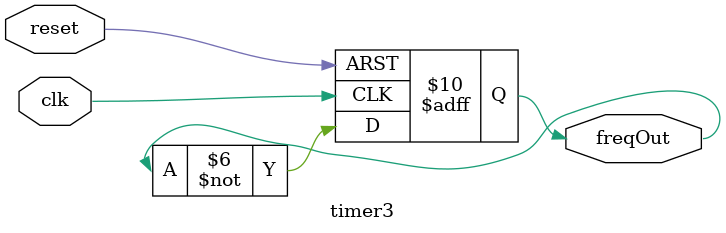
<source format=v>
`timescale 1ns / 1ps
module timer3 #(parameter maxTimeValue = 95500) (
input clk,
input reset,
output reg freqOut
    );
	 
integer TimerValue;

always @(posedge clk or posedge reset)
begin
 if (reset)
   TimerValue <= 0;
 else if (TimerValue < maxTimeValue)
   begin
	TimerValue <= TimerValue + 1'b1;
	end
 else
 TimerValue <= 26'd0;
end

always @(posedge clk or posedge reset)
begin
 if (reset)
   freqOut <= 1'b0;
 
 else
 begin
 if (TimerValue == maxTimeValue);
 freqOut <= ~freqOut;
end 
end




endmodule

</source>
